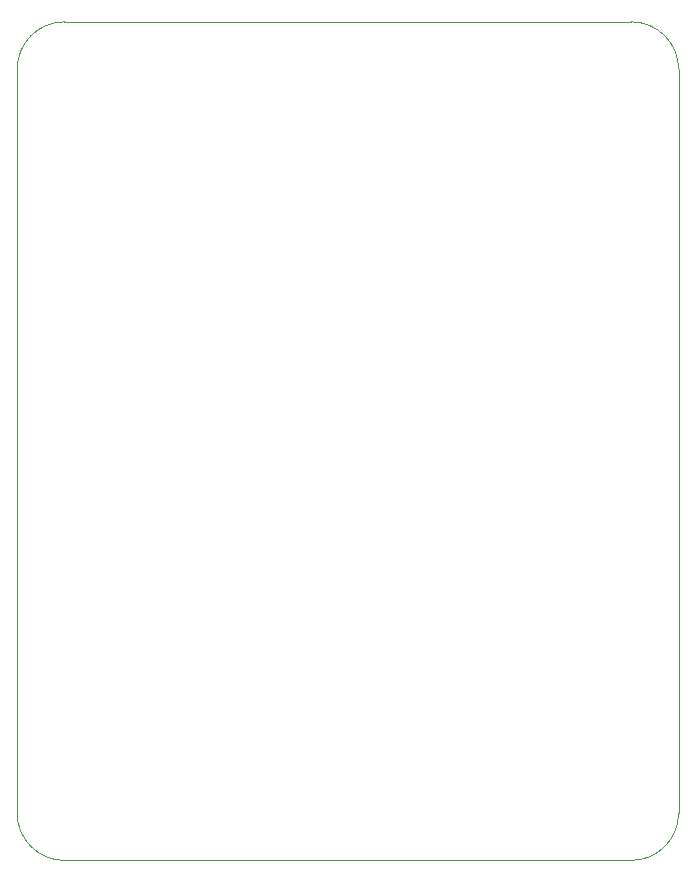
<source format=gbr>
%TF.GenerationSoftware,KiCad,Pcbnew,7.0.8*%
%TF.CreationDate,2023-12-07T00:58:29-06:00*%
%TF.ProjectId,Capst_Power_Controller,43617073-745f-4506-9f77-65725f436f6e,rev?*%
%TF.SameCoordinates,Original*%
%TF.FileFunction,Profile,NP*%
%FSLAX46Y46*%
G04 Gerber Fmt 4.6, Leading zero omitted, Abs format (unit mm)*
G04 Created by KiCad (PCBNEW 7.0.8) date 2023-12-07 00:58:29*
%MOMM*%
%LPD*%
G01*
G04 APERTURE LIST*
%TA.AperFunction,Profile*%
%ADD10C,0.100000*%
%TD*%
G04 APERTURE END LIST*
D10*
X101000000Y-125000000D02*
G75*
G03*
X105000000Y-129000000I4000000J0D01*
G01*
X105000000Y-58000000D02*
X153000000Y-58000000D01*
X153000000Y-129000000D02*
G75*
G03*
X157000000Y-125000000I0J4000000D01*
G01*
X157000000Y-62000000D02*
X157000000Y-125000000D01*
X105000000Y-58000000D02*
G75*
G03*
X101000000Y-62000000I0J-4000000D01*
G01*
X157000000Y-62000000D02*
G75*
G03*
X153000000Y-58000000I-4000000J0D01*
G01*
X105000000Y-129000000D02*
X153000000Y-129000000D01*
X101000000Y-62000000D02*
X101000000Y-125000000D01*
M02*

</source>
